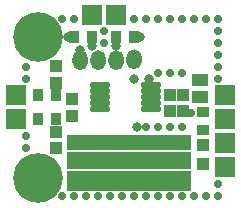
<source format=gts>
G04*
G04 #@! TF.GenerationSoftware,Altium Limited,Altium Designer,22.9.1 (49)*
G04*
G04 Layer_Color=8388736*
%FSLAX25Y25*%
%MOIN*%
G70*
G04*
G04 #@! TF.SameCoordinates,15CD16B4-1F33-4ED9-8E61-9E20C37C55A6*
G04*
G04*
G04 #@! TF.FilePolarity,Negative*
G04*
G01*
G75*
%ADD11C,0.00500*%
%ADD16C,0.01181*%
%ADD17C,0.00394*%
%ADD18R,0.05339X0.04153*%
G04:AMPARAMS|DCode=21|XSize=65.87mil|YSize=19.02mil|CornerRadius=5.38mil|HoleSize=0mil|Usage=FLASHONLY|Rotation=0.000|XOffset=0mil|YOffset=0mil|HoleType=Round|Shape=RoundedRectangle|*
%AMROUNDEDRECTD21*
21,1,0.06587,0.00827,0,0,0.0*
21,1,0.05512,0.01902,0,0,0.0*
1,1,0.01076,0.02756,-0.00413*
1,1,0.01076,-0.02756,-0.00413*
1,1,0.01076,-0.02756,0.00413*
1,1,0.01076,0.02756,0.00413*
%
%ADD21ROUNDEDRECTD21*%
%ADD22R,0.04343X0.03950*%
%ADD23R,0.03556X0.04343*%
%ADD24R,0.04343X0.03556*%
%ADD25R,0.03950X0.03950*%
%ADD26R,0.06800X0.06800*%
%ADD27R,0.06800X0.06800*%
%ADD28C,0.16548*%
%ADD29C,0.02800*%
%ADD30C,0.03162*%
G36*
X508859Y293905D02*
X467500D01*
Y300298D01*
X508859D01*
Y293905D01*
D02*
G37*
G36*
X508874Y301008D02*
X467500D01*
Y306668D01*
X508874D01*
Y301008D01*
D02*
G37*
G36*
X508887Y307382D02*
X467500D01*
Y312283D01*
X508887D01*
Y307382D01*
D02*
G37*
G36*
X473126Y334354D02*
X474367Y335932D01*
Y339007D01*
X473020Y340354D01*
X471020D01*
X469717Y339051D01*
X469641Y335971D01*
X470913Y334354D01*
X473126D01*
D02*
G37*
G36*
X479126D02*
X480367Y335932D01*
Y339007D01*
X479020Y340354D01*
X477020D01*
X475716Y339051D01*
X475641Y335971D01*
X476913Y334354D01*
X479126D01*
D02*
G37*
G36*
X485126D02*
X486367Y335932D01*
Y339007D01*
X485020Y340354D01*
X483020D01*
X481716Y339051D01*
X481641Y335971D01*
X482913Y334354D01*
X485126D01*
D02*
G37*
G36*
X491107Y334631D02*
X492348Y336209D01*
Y339283D01*
X491000Y340631D01*
X489000D01*
X487697Y339328D01*
X487621Y336248D01*
X488893Y334631D01*
X491107D01*
D02*
G37*
D11*
X486367Y337865D02*
G03*
X481672Y337865I-2348J137D01*
G01*
Y336594D02*
G03*
X486367Y336594I2348J111D01*
G01*
X475672D02*
G03*
X480367Y336594I2348J111D01*
G01*
Y337865D02*
G03*
X475672Y337865I-2348J137D01*
G01*
X469672Y336594D02*
G03*
X474367Y336594I2348J111D01*
G01*
Y337865D02*
G03*
X469672Y337865I-2348J137D01*
G01*
X487652Y336870D02*
G03*
X492348Y336870I2348J111D01*
G01*
Y338142D02*
G03*
X487652Y338142I-2348J137D01*
G01*
X486367Y336594D02*
Y337865D01*
X481672Y336594D02*
Y337865D01*
X475672Y336594D02*
Y337865D01*
X480367Y336594D02*
Y337865D01*
X469672Y336594D02*
Y337865D01*
X474367Y336594D02*
Y337865D01*
X487652Y336870D02*
Y338142D01*
X492348Y336870D02*
Y338142D01*
D16*
X484000Y338000D02*
D03*
X478000D02*
D03*
X472000D02*
D03*
X489980Y338277D02*
D03*
D17*
X484020Y335223D02*
D03*
X478020D02*
D03*
X472020D02*
D03*
X490000Y335500D02*
D03*
D18*
X511800Y325043D02*
D03*
Y330757D02*
D03*
D21*
X495465Y328937D02*
D03*
Y326969D02*
D03*
Y325000D02*
D03*
Y323031D02*
D03*
Y321063D02*
D03*
X478535D02*
D03*
Y323031D02*
D03*
Y325000D02*
D03*
Y326969D02*
D03*
Y328937D02*
D03*
D22*
X506300Y320244D02*
D03*
Y325756D02*
D03*
X469181Y318850D02*
D03*
Y324362D02*
D03*
X464000Y308000D02*
D03*
Y313512D02*
D03*
X502000Y320244D02*
D03*
Y325756D02*
D03*
X464000Y335362D02*
D03*
Y329850D02*
D03*
D23*
X463953Y325606D02*
D03*
X458047D02*
D03*
X463953Y317764D02*
D03*
X458047D02*
D03*
X475953Y345000D02*
D03*
X470047D02*
D03*
X484094Y345000D02*
D03*
X490000D02*
D03*
D24*
X513000Y314047D02*
D03*
Y319953D02*
D03*
D25*
X513000Y302850D02*
D03*
Y309150D02*
D03*
D26*
X450606Y325606D02*
D03*
Y317606D02*
D03*
X520394Y325606D02*
D03*
Y301606D02*
D03*
Y309606D02*
D03*
Y317606D02*
D03*
D27*
X484000Y352394D02*
D03*
X476000D02*
D03*
D28*
X458000Y345000D02*
D03*
Y298000D02*
D03*
D29*
X509072Y319744D02*
D03*
X506000Y315000D02*
D03*
X518000Y331000D02*
D03*
X506000Y333000D02*
D03*
X502000D02*
D03*
X498000D02*
D03*
X480000Y343000D02*
D03*
Y347000D02*
D03*
X494000Y315000D02*
D03*
X498000D02*
D03*
X502000D02*
D03*
X454000Y312000D02*
D03*
Y308000D02*
D03*
X466000Y292000D02*
D03*
X470000D02*
D03*
X474000D02*
D03*
X478000D02*
D03*
X482000D02*
D03*
X486000D02*
D03*
X490000D02*
D03*
X494000D02*
D03*
X498000D02*
D03*
X502000D02*
D03*
X506000D02*
D03*
X510000D02*
D03*
X514000D02*
D03*
X518000D02*
D03*
Y296000D02*
D03*
X454000Y331000D02*
D03*
Y335000D02*
D03*
X466000Y351000D02*
D03*
X470000D02*
D03*
X518000Y335000D02*
D03*
Y339000D02*
D03*
Y343000D02*
D03*
Y347000D02*
D03*
Y351000D02*
D03*
X514000D02*
D03*
X510000D02*
D03*
X506000D02*
D03*
X502000D02*
D03*
X498000D02*
D03*
X494000D02*
D03*
X490000D02*
D03*
D30*
X491000Y315000D02*
D03*
X476000Y342000D02*
D03*
X484000D02*
D03*
X472020Y340835D02*
D03*
X468000Y345000D02*
D03*
X492000D02*
D03*
X490000Y331000D02*
D03*
X495000D02*
D03*
M02*

</source>
